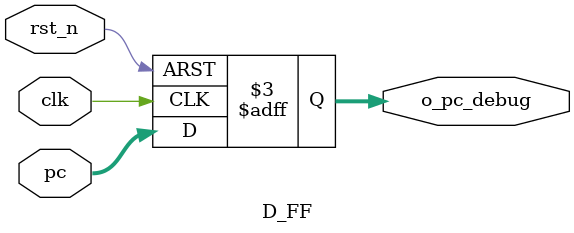
<source format=sv>
module D_FF( input logic clk, rst_n,
    input logic [31:0] pc,
    output logic [31:0] o_pc_debug
);
always_ff @( posedge clk or negedge rst_n) begin 
    if(!rst_n) o_pc_debug <= 0;
    else o_pc_debug <= pc;
end
endmodule
</source>
